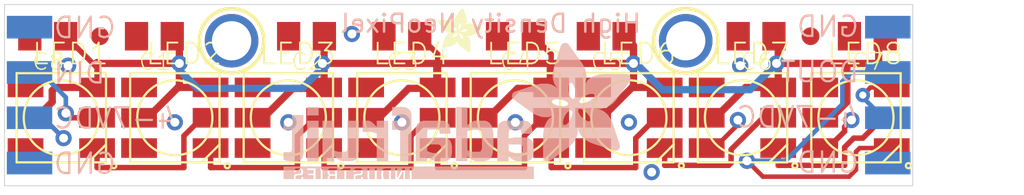
<source format=kicad_pcb>
(kicad_pcb (version 20211014) (generator pcbnew)
  (layers (0 "F.Cu" signal) (31 "B.Cu" signal) (34 "B.Paste" user) (35 "F.Paste" user) (36 "B.SilkS" user "B.Silkscreen") (37 "F.SilkS" user "F.Silkscreen") (38 "B.Mask" user) (39 "F.Mask" user) (44 "Edge.Cuts" user))
  (net 0 "")
  (net 1 "N$1")
  (net 2 "N$2")
  (net 3 "N$3")
  (net 4 "N$4")
  (net 5 "N$5")
  (net 6 "N$6")
  (net 7 "N$7")
  (net 8 "+5V")
  (net 9 "GND")
  (net 10 "N$8")
  (net 11 "N$9")
  (footprint "boardEagle:WS28115050" (layer "F.Cu") (at 132.6261 106.2736)
    (fp_text reference "LED2" (at -1.7 -2.9) (layer "F.SilkS") (effects (font (size 1.1684 1.1684) (thickness 0.1016)) (justify left bottom)))
    (fp_text value "WS28115050")
    (pad "DI" smd rect (at 2 0) (size 2 1.1) (layers "F.Cu" "F.Paste" "F.Mask") (net 1 "N$1"))
    (pad "DO" smd rect (at 2 1.7) (size 2 1.1) (layers "F.Cu" "F.Paste" "F.Mask") (net 2 "N$2"))
    (pad "LEDVDD" smd rect (at -2 0) (size 2 1.1) (layers "F.Cu" "F.Paste" "F.Mask") (net 8 "+5V"))
    (pad "NC" smd rect (at -2 -1.7) (size 2 1.1) (layers "F.Cu" "F.Paste" "F.Mask"))
    (pad "VDD" smd rect (at 2 -1.7) (size 2 1.1) (layers "F.Cu" "F.Paste" "F.Mask") (net 8 "+5V"))
    (pad "VSS" smd rect (at -2 1.7) (size 2 1.1) (layers "F.Cu" "F.Paste" "F.Mask") (net 9 "GND"))
  )
  (footprint "boardEagle:MOUNTINGHOLE_2.0_PLATED" (layer "F.Cu") (at 135.8011 101.9556)
    (fp_text reference "U$2" hide)
    (fp_text value "MOUNTINGHOLE2.0" hide)
    (pad "P$1" thru_hole circle (at 0 0) (size 3 3) (drill 2.2) (layers *.Cu *.Mask))
  )
  (footprint "boardEagle:WS28115050" (layer "F.Cu") (at 126.2761 106.2736)
    (fp_text reference "LED1" (at -1.7 -2.9) (layer "F.SilkS") (effects (font (size 1.1684 1.1684) (thickness 0.1016)) (justify left bottom)))
    (fp_text value "WS28115050")
    (pad "DI" smd rect (at 2 0) (size 2 1.1) (layers "F.Cu" "F.Paste" "F.Mask") (net 10 "N$8"))
    (pad "DO" smd rect (at 2 1.7) (size 2 1.1) (layers "F.Cu" "F.Paste" "F.Mask") (net 1 "N$1"))
    (pad "LEDVDD" smd rect (at -2 0) (size 2 1.1) (layers "F.Cu" "F.Paste" "F.Mask") (net 8 "+5V"))
    (pad "NC" smd rect (at -2 -1.7) (size 2 1.1) (layers "F.Cu" "F.Paste" "F.Mask"))
    (pad "VDD" smd rect (at 2 -1.7) (size 2 1.1) (layers "F.Cu" "F.Paste" "F.Mask") (net 8 "+5V"))
    (pad "VSS" smd rect (at -2 1.7) (size 2 1.1) (layers "F.Cu" "F.Paste" "F.Mask") (net 9 "GND"))
  )
  (footprint "boardEagle:MOUNTINGHOLE_2.0_PLATED" (layer "F.Cu") (at 161.2011 101.9556)
    (fp_text reference "U$3" hide)
    (fp_text value "MOUNTINGHOLE2.0" hide)
    (pad "P$1" thru_hole circle (at 0 0) (size 3 3) (drill 2.2) (layers *.Cu *.Mask))
  )
  (footprint "boardEagle:C0805K" (layer "F.Cu") (at 145.3261 101.7016 180)
    (fp_text reference "C3" (at -1 -0.875 180) (layer "F.SilkS") (effects (font (size 0.93472 0.93472) (thickness 0.08128)) (justify right top)))
    (fp_text value "")
    (pad "1" smd rect (at -1 0 180) (size 1.3 1.6) (layers "F.Cu" "F.Paste" "F.Mask") (net 8 "+5V"))
    (pad "2" smd rect (at 1 0 180) (size 1.3 1.6) (layers "F.Cu" "F.Paste" "F.Mask") (net 9 "GND"))
  )
  (footprint "boardEagle:C0805K" (layer "F.Cu") (at 171.3611 101.7016 180)
    (fp_text reference "C7" (at -1 -0.875 180) (layer "F.SilkS") (effects (font (size 0.93472 0.93472) (thickness 0.08128)) (justify right top)))
    (fp_text value "")
    (pad "1" smd rect (at -1 0 180) (size 1.3 1.6) (layers "F.Cu" "F.Paste" "F.Mask") (net 8 "+5V"))
    (pad "2" smd rect (at 1 0 180) (size 1.3 1.6) (layers "F.Cu" "F.Paste" "F.Mask") (net 9 "GND"))
  )
  (footprint "boardEagle:ADAFRUIT_2.5MM" (layer "F.Cu") (at 147.3581 102.5906)
    (fp_text reference "U$4" hide)
    (fp_text value "" hide)
  )
  (footprint "boardEagle:C0805K" (layer "F.Cu") (at 165.1381 101.7016 180)
    (fp_text reference "C6" (at -1 -0.875 180) (layer "F.SilkS") (effects (font (size 0.93472 0.93472) (thickness 0.08128)) (justify right top)))
    (fp_text value "")
    (pad "1" smd rect (at -1 0 180) (size 1.3 1.6) (layers "F.Cu" "F.Paste" "F.Mask") (net 8 "+5V"))
    (pad "2" smd rect (at 1 0 180) (size 1.3 1.6) (layers "F.Cu" "F.Paste" "F.Mask") (net 9 "GND"))
  )
  (footprint "boardEagle:WS28115050" (layer "F.Cu") (at 164.3761 106.2736)
    (fp_text reference "LED7" (at -1.7 -2.9) (layer "F.SilkS") (effects (font (size 1.1684 1.1684) (thickness 0.1016)) (justify left bottom)))
    (fp_text value "WS28115050")
    (pad "DI" smd rect (at 2 0) (size 2 1.1) (layers "F.Cu" "F.Paste" "F.Mask") (net 6 "N$6"))
    (pad "DO" smd rect (at 2 1.7) (size 2 1.1) (layers "F.Cu" "F.Paste" "F.Mask") (net 7 "N$7"))
    (pad "LEDVDD" smd rect (at -2 0) (size 2 1.1) (layers "F.Cu" "F.Paste" "F.Mask") (net 8 "+5V"))
    (pad "NC" smd rect (at -2 -1.7) (size 2 1.1) (layers "F.Cu" "F.Paste" "F.Mask"))
    (pad "VDD" smd rect (at 2 -1.7) (size 2 1.1) (layers "F.Cu" "F.Paste" "F.Mask") (net 8 "+5V"))
    (pad "VSS" smd rect (at -2 1.7) (size 2 1.1) (layers "F.Cu" "F.Paste" "F.Mask") (net 9 "GND"))
  )
  (footprint "boardEagle:WS28115050" (layer "F.Cu") (at 138.9761 106.2736)
    (fp_text reference "LED3" (at -1.7 -2.9) (layer "F.SilkS") (effects (font (size 1.1684 1.1684) (thickness 0.1016)) (justify left bottom)))
    (fp_text value "WS28115050")
    (pad "DI" smd rect (at 2 0) (size 2 1.1) (layers "F.Cu" "F.Paste" "F.Mask") (net 2 "N$2"))
    (pad "DO" smd rect (at 2 1.7) (size 2 1.1) (layers "F.Cu" "F.Paste" "F.Mask") (net 3 "N$3"))
    (pad "LEDVDD" smd rect (at -2 0) (size 2 1.1) (layers "F.Cu" "F.Paste" "F.Mask") (net 8 "+5V"))
    (pad "NC" smd rect (at -2 -1.7) (size 2 1.1) (layers "F.Cu" "F.Paste" "F.Mask"))
    (pad "VDD" smd rect (at 2 -1.7) (size 2 1.1) (layers "F.Cu" "F.Paste" "F.Mask") (net 8 "+5V"))
    (pad "VSS" smd rect (at -2 1.7) (size 2 1.1) (layers "F.Cu" "F.Paste" "F.Mask") (net 9 "GND"))
  )
  (footprint "boardEagle:C0805K" (layer "F.Cu") (at 151.6761 101.7016 180)
    (fp_text reference "C4" (at -1 -0.875 180) (layer "F.SilkS") (effects (font (size 0.93472 0.93472) (thickness 0.08128)) (justify right top)))
    (fp_text value "")
    (pad "1" smd rect (at -1 0 180) (size 1.3 1.6) (layers "F.Cu" "F.Paste" "F.Mask") (net 8 "+5V"))
    (pad "2" smd rect (at 1 0 180) (size 1.3 1.6) (layers "F.Cu" "F.Paste" "F.Mask") (net 9 "GND"))
  )
  (footprint "boardEagle:WS28115050" (layer "F.Cu") (at 151.6761 106.2736)
    (fp_text reference "LED5" (at -1.7 -2.9) (layer "F.SilkS") (effects (font (size 1.1684 1.1684) (thickness 0.1016)) (justify left bottom)))
    (fp_text value "WS28115050")
    (pad "DI" smd rect (at 2 0) (size 2 1.1) (layers "F.Cu" "F.Paste" "F.Mask") (net 4 "N$4"))
    (pad "DO" smd rect (at 2 1.7) (size 2 1.1) (layers "F.Cu" "F.Paste" "F.Mask") (net 5 "N$5"))
    (pad "LEDVDD" smd rect (at -2 0) (size 2 1.1) (layers "F.Cu" "F.Paste" "F.Mask") (net 8 "+5V"))
    (pad "NC" smd rect (at -2 -1.7) (size 2 1.1) (layers "F.Cu" "F.Paste" "F.Mask"))
    (pad "VDD" smd rect (at 2 -1.7) (size 2 1.1) (layers "F.Cu" "F.Paste" "F.Mask") (net 8 "+5V"))
    (pad "VSS" smd rect (at -2 1.7) (size 2 1.1) (layers "F.Cu" "F.Paste" "F.Mask") (net 9 "GND"))
  )
  (footprint "boardEagle:FIDUCIAL_1MM" (layer "F.Cu") (at 168.1861 101.7016)
    (fp_text reference "FID3" hide)
    (fp_text value "FIDUCIAL\"\"" hide)
    (pad "1" smd roundrect (at 0 0) (size 1 1) (layers "F.Cu" "F.Mask") (roundrect_rratio 0.5))
  )
  (footprint "boardEagle:C0805K" (layer "F.Cu") (at 139.9921 101.7016 180)
    (fp_text reference "C2" (at -1 -0.875 180) (layer "F.SilkS") (effects (font (size 0.93472 0.93472) (thickness 0.08128)) (justify right top)))
    (fp_text value "")
    (pad "1" smd rect (at -1 0 180) (size 1.3 1.6) (layers "F.Cu" "F.Paste" "F.Mask") (net 8 "+5V"))
    (pad "2" smd rect (at 1 0 180) (size 1.3 1.6) (layers "F.Cu" "F.Paste" "F.Mask") (net 9 "GND"))
  )
  (footprint "boardEagle:FIDUCIAL_1MM" (layer "F.Cu") (at 128.4351 101.7016)
    (fp_text reference "FID1" hide)
    (fp_text value "FIDUCIAL\"\"" hide)
    (pad "1" smd roundrect (at 0 0) (size 1 1) (layers "F.Cu" "F.Mask") (roundrect_rratio 0.5))
  )
  (footprint "boardEagle:C0805K" (layer "F.Cu") (at 131.4831 101.7016 180)
    (fp_text reference "C1" (at -1 -0.875 180) (layer "F.SilkS") (effects (font (size 0.93472 0.93472) (thickness 0.08128)) (justify right top)))
    (fp_text value "")
    (pad "1" smd rect (at -1 0 180) (size 1.3 1.6) (layers "F.Cu" "F.Paste" "F.Mask") (net 8 "+5V"))
    (pad "2" smd rect (at 1 0 180) (size 1.3 1.6) (layers "F.Cu" "F.Paste" "F.Mask") (net 9 "GND"))
  )
  (footprint "boardEagle:WS28115050" (layer "F.Cu") (at 145.3261 106.2736)
    (fp_text reference "LED4" (at -1.7 -2.9) (layer "F.SilkS") (effects (font (size 1.1684 1.1684) (thickness 0.1016)) (justify left bottom)))
    (fp_text value "WS28115050")
    (pad "DI" smd rect (at 2 0) (size 2 1.1) (layers "F.Cu" "F.Paste" "F.Mask") (net 3 "N$3"))
    (pad "DO" smd rect (at 2 1.7) (size 2 1.1) (layers "F.Cu" "F.Paste" "F.Mask") (net 4 "N$4"))
    (pad "LEDVDD" smd rect (at -2 0) (size 2 1.1) (layers "F.Cu" "F.Paste" "F.Mask") (net 8 "+5V"))
    (pad "NC" smd rect (at -2 -1.7) (size 2 1.1) (layers "F.Cu" "F.Paste" "F.Mask"))
    (pad "VDD" smd rect (at 2 -1.7) (size 2 1.1) (layers "F.Cu" "F.Paste" "F.Mask") (net 8 "+5V"))
    (pad "VSS" smd rect (at -2 1.7) (size 2 1.1) (layers "F.Cu" "F.Paste" "F.Mask") (net 9 "GND"))
  )
  (footprint "boardEagle:C0805K" (layer "F.Cu") (at 156.7561 101.7016 180)
    (fp_text reference "C5" (at -1 -0.875 180) (layer "F.SilkS") (effects (font (size 0.93472 0.93472) (thickness 0.08128)) (justify right top)))
    (fp_text value "")
    (pad "1" smd rect (at -1 0 180) (size 1.3 1.6) (layers "F.Cu" "F.Paste" "F.Mask") (net 8 "+5V"))
    (pad "2" smd rect (at 1 0 180) (size 1.3 1.6) (layers "F.Cu" "F.Paste" "F.Mask") (net 9 "GND"))
  )
  (footprint "boardEagle:WS28115050" (layer "F.Cu") (at 158.0261 106.2736)
    (fp_text reference "LED6" (at -1.7 -2.9) (layer "F.SilkS") (effects (font (size 1.1684 1.1684) (thickness 0.1016)) (justify left bottom)))
    (fp_text value "WS28115050")
    (pad "DI" smd rect (at 2 0) (size 2 1.1) (layers "F.Cu" "F.Paste" "F.Mask") (net 5 "N$5"))
    (pad "DO" smd rect (at 2 1.7) (size 2 1.1) (layers "F.Cu" "F.Paste" "F.Mask") (net 6 "N$6"))
    (pad "LEDVDD" smd rect (at -2 0) (size 2 1.1) (layers "F.Cu" "F.Paste" "F.Mask") (net 8 "+5V"))
    (pad "NC" smd rect (at -2 -1.7) (size 2 1.1) (layers "F.Cu" "F.Paste" "F.Mask"))
    (pad "VDD" smd rect (at 2 -1.7) (size 2 1.1) (layers "F.Cu" "F.Paste" "F.Mask") (net 8 "+5V"))
    (pad "VSS" smd rect (at -2 1.7) (size 2 1.1) (layers "F.Cu" "F.Paste" "F.Mask") (net 9 "GND"))
  )
  (footprint "boardEagle:WS28115050" (layer "F.Cu") (at 170.7261 106.2736)
    (fp_text reference "LED8" (at -1.7 -2.9) (layer "F.SilkS") (effects (font (size 1.1684 1.1684) (thickness 0.1016)) (justify left bottom)))
    (fp_text value "WS28115050")
    (pad "DI" smd rect (at 2 0) (size 2 1.1) (layers "F.Cu" "F.Paste" "F.Mask") (net 7 "N$7"))
    (pad "DO" smd rect (at 2 1.7) (size 2 1.1) (layers "F.Cu" "F.Paste" "F.Mask") (net 11 "N$9"))
    (pad "LEDVDD" smd rect (at -2 0) (size 2 1.1) (layers "F.Cu" "F.Paste" "F.Mask") (net 8 "+5V"))
    (pad "NC" smd rect (at -2 -1.7) (size 2 1.1) (layers "F.Cu" "F.Paste" "F.Mask"))
    (pad "VDD" smd rect (at 2 -1.7) (size 2 1.1) (layers "F.Cu" "F.Paste" "F.Mask") (net 8 "+5V"))
    (pad "VSS" smd rect (at -2 1.7) (size 2 1.1) (layers "F.Cu" "F.Paste" "F.Mask") (net 9 "GND"))
  )
  (footprint "boardEagle:C0805K" (layer "F.Cu") (at 125.5141 101.7016 180)
    (fp_text reference "C8" (at -1 -0.875 180) (layer "F.SilkS") (effects (font (size 0.93472 0.93472) (thickness 0.08128)) (justify right top)))
    (fp_text value "")
    (pad "1" smd rect (at -1 0 180) (size 1.3 1.6) (layers "F.Cu" "F.Paste" "F.Mask") (net 8 "+5V"))
    (pad "2" smd rect (at 1 0 180) (size 1.3 1.6) (layers "F.Cu" "F.Paste" "F.Mask") (net 9 "GND"))
  )
  (footprint "boardEagle:1X4-SMT" (layer "B.Cu") (at 172.5041 105.0036 -90)
    (fp_text reference "CN1" hide)
    (fp_text value "1X4SMT" hide)
    (pad "1" smd rect (at -3.81 0 270) (size 1.27 2.54) (layers "B.Cu" "B.Paste" "B.Mask") (net 9 "GND"))
    (pad "2" smd rect (at -1.27 0 270) (size 1.27 2.54) (layers "B.Cu" "B.Paste" "B.Mask") (net 11 "N$9"))
    (pad "3" smd rect (at 1.27 0 270) (size 1.27 2.54) (layers "B.Cu" "B.Paste" "B.Mask") (net 8 "+5V"))
    (pad "4" smd rect (at 3.81 0 270) (size 1.27 2.54) (layers "B.Cu" "B.Paste" "B.Mask") (net 9 "GND"))
  )
  (footprint "boardEagle:1X4-SMT" (layer "B.Cu") (at 124.4981 105.0036 90)
    (fp_text reference "CN2" hide)
    (fp_text value "1X4SMT" hide)
    (pad "1" smd rect (at -3.81 0 90) (size 1.27 2.54) (layers "B.Cu" "B.Paste" "B.Mask") (net 9 "GND"))
    (pad "2" smd rect (at -1.27 0 90) (size 1.27 2.54) (layers "B.Cu" "B.Paste" "B.Mask") (net 8 "+5V"))
    (pad "3" smd rect (at 1.27 0 90) (size 1.27 2.54) (layers "B.Cu" "B.Paste" "B.Mask") (net 10 "N$8"))
    (pad "4" smd rect (at 3.81 0 90) (size 1.27 2.54) (layers "B.Cu" "B.Paste" "B.Mask") (net 9 "GND"))
  )
  (footprint "boardEagle:ADAFRUIT_TEXT_20MM" (layer "B.Cu") (at 158.2801 109.7026 180)
    (fp_text reference "U$1" hide)
    (fp_text value "" hide)
  )
  (gr_line (start 173.9011 110.0836) (end 173.9011 99.9236) (layer "Edge.Cuts") (width 0.05))
  (gr_line (start 123.1011 110.0836) (end 173.9011 110.0836) (layer "Edge.Cuts") (width 0.05))
  (gr_line (start 123.1011 99.9236) (end 123.1011 110.0836) (layer "Edge.Cuts") (width 0.05))
  (gr_line (start 173.9011 99.9236) (end 123.1011 99.9236) (layer "Edge.Cuts") (width 0.05))
  (gr_text "High Density NeoPixel" (at 158.7881 101.5746) (layer "B.SilkS") (effects (font (size 1.00584 1.00584) (thickness 0.13716)) (justify left bottom mirror)))
  (gr_text "4-7VDC" (at 125.7681 105.6386) (layer "B.SilkS") (effects (font (size 1.143 1.143) (thickness 0.127)) (justify right top mirror)))
  (gr_text "DIN" (at 125.7681 103.0986) (layer "B.SilkS") (effects (font (size 1.143 1.143) (thickness 0.127)) (justify right top mirror)))
  (gr_text "4-7VDC" (at 170.9801 106.9086) (layer "B.SilkS") (effects (font (size 1.143 1.143) (thickness 0.127)) (justify left bottom mirror)))
  (gr_text "GND" (at 170.9801 101.8286) (layer "B.SilkS") (effects (font (size 1.143 1.143) (thickness 0.127)) (justify left bottom mirror)))
  (gr_text "GND" (at 125.7681 100.5586) (layer "B.SilkS") (effects (font (size 1.143 1.143) (thickness 0.127)) (justify right top mirror)))
  (gr_text "DOUT" (at 170.9801 104.3686) (layer "B.SilkS") (effects (font (size 1.143 1.143) (thickness 0.127)) (justify left bottom mirror)))
  (gr_text "GND" (at 170.9801 109.4486) (layer "B.SilkS") (effects (font (size 1.143 1.143) (thickness 0.127)) (justify left bottom mirror)))
  (gr_text "GND" (at 125.7681 108.1786) (layer "B.SilkS") (effects (font (size 1.143 1.143) (thickness 0.127)) (justify right top mirror)))
  (segment (start 133.1341 109.0676) (end 133.1341 107.2896) (width 0.3048) (layer "F.Cu") (net 1))
  (segment (start 134.1501 106.2736) (end 134.6261 106.2736) (width 0.3048) (layer "F.Cu") (net 1))
  (segment (start 128.2761 109.0676) (end 133.1341 109.0676) (width 0.3048) (layer "F.Cu") (net 1))
  (segment (start 133.1341 107.2896) (end 134.1501 106.2736) (width 0.3048) (layer "F.Cu") (net 1))
  (segment (start 128.2761 107.9736) (end 128.2761 109.0676) (width 0.3048) (layer "F.Cu") (net 1))
  (segment (start 140.5001 106.2736) (end 140.9761 106.2736) (width 0.3048) (layer "F.Cu") (net 2))
  (segment (start 139.4841 109.0676) (end 139.4841 107.2896) (width 0.3048) (layer "F.Cu") (net 2))
  (segment (start 134.6261 109.0676) (end 139.4841 109.0676) (width 0.3048) (layer "F.Cu") (net 2))
  (segment (start 139.4841 107.2896) (end 140.5001 106.2736) (width 0.3048) (layer "F.Cu") (net 2))
  (segment (start 134.6261 107.9736) (end 134.6261 109.0676) (width 0.3048) (layer "F.Cu") (net 2))
  (segment (start 140.9761 109.0676) (end 145.8341 109.0676) (width 0.3048) (layer "F.Cu") (net 3))
  (segment (start 146.8501 106.2736) (end 147.3261 106.2736) (width 0.3048) (layer "F.Cu") (net 3))
  (segment (start 140.9761 107.9736) (end 140.9761 109.0676) (width 0.3048) (layer "F.Cu") (net 3))
  (segment (start 145.8341 109.0676) (end 145.8341 107.2896) (width 0.3048) (layer "F.Cu") (net 3))
  (segment (start 145.8341 107.2896) (end 146.8501 106.2736) (width 0.3048) (layer "F.Cu") (net 3))
  (segment (start 152.1841 107.2896) (end 153.2001 106.2736) (width 0.3048) (layer "F.Cu") (net 4))
  (segment (start 147.3261 107.9736) (end 147.3261 109.0676) (width 0.3048) (layer "F.Cu") (net 4))
  (segment (start 152.1841 109.0676) (end 152.1841 107.2896) (width 0.3048) (layer "F.Cu") (net 4))
  (segment (start 153.2001 106.2736) (end 153.6761 106.2736) (width 0.3048) (layer "F.Cu") (net 4))
  (segment (start 147.3261 109.0676) (end 152.1841 109.0676) (width 0.3048) (layer "F.Cu") (net 4))
  (segment (start 153.6761 109.0676) (end 158.4071 109.0676) (width 0.3048) (layer "F.Cu") (net 5))
  (segment (start 159.5501 106.2736) (end 160.0261 106.2736) (width 0.3048) (layer "F.Cu") (net 5))
  (segment (start 153.6761 107.9736) (end 153.6761 109.0676) (width 0.3048) (layer "F.Cu") (net 5))
  (segment (start 158.4071 109.0676) (end 158.4071 107.4166) (width 0.3048) (layer "F.Cu") (net 5))
  (segment (start 158.4071 107.4166) (end 159.5501 106.2736) (width 0.3048) (layer "F.Cu") (net 5))
  (segment (start 160.0261 108.9406) (end 163.6141 108.9406) (width 0.3048) (layer "F.Cu") (net 6))
  (segment (start 163.6141 108.9406) (end 163.7411 108.8136) (width 0.3048) (layer "F.Cu") (net 6))
  (segment (start 160.0261 107.9736) (end 160.0261 108.9406) (width 0.3048) (layer "F.Cu") (net 6))
  (segment (start 165.5191 106.2736) (end 166.3761 106.2736) (width 0.3048) (layer "F.Cu") (net 6))
  (segment (start 163.7411 108.0516) (end 165.5191 106.2736) (width 0.3048) (layer "F.Cu") (net 6))
  (segment (start 163.7411 108.8136) (end 163.7411 108.0516) (width 0.3048) (layer "F.Cu") (net 6))
  (segment (start 171.1071 107.4166) (end 172.2501 106.2736) (width 0.3048) (layer "F.Cu") (net 7))
  (segment (start 166.3761 108.9406) (end 170.0911 108.9406) (width 0.3048) (layer "F.Cu") (net 7))
  (segment (start 166.3761 107.9736) (end 166.3761 108.9406) (width 0.3048) (layer "F.Cu") (net 7))
  (segment (start 170.0911 108.9406) (end 170.0911 107.9246) (width 0.3048) (layer "F.Cu") (net 7))
  (segment (start 172.2501 106.2736) (end 172.7261 106.2736) (width 0.3048) (layer "F.Cu") (net 7))
  (segment (start 170.0911 107.9246) (end 170.5991 107.4166) (width 0.3048) (layer "F.Cu") (net 7))
  (segment (start 170.5991 107.4166) (end 171.1071 107.4166) (width 0.3048) (layer "F.Cu") (net 7))
  (segment (start 151.8031 104.6226) (end 153.6271 104.6226) (width 0.4064) (layer "F.Cu") (net 8))
  (segment (start 128.2921 104.5736) (end 128.2921 103.4796) (width 0.3048) (layer "F.Cu") (net 8))
  (segment (start 146.3261 101.7016) (end 147.3261 102.7016) (width 0.3048) (layer "F.Cu") (net 8))
  (segment (start 147.2771 104.6226) (end 147.2771 103.2256) (width 0.4064) (layer "F.Cu") (net 8))
  (segment (start 158.2801 102.2256) (end 158.2801 103.2256) (width 0.4064) (layer "F.Cu") (net 8))
  (segment (start 132.8801 102.0986) (end 132.8801 103.2256) (width 0.4064) (layer "F.Cu") (net 8))
  (segment (start 137.5791 106.2736) (end 139.2301 104.6226) (width 0.4064) (layer "F.Cu") (net 8))
  (segment (start 156.0261 106.2736) (end 156.5021 106.2736) (width 0.4064) (layer "F.Cu") (net 8))
  (segment (start 147.3261 103.2256) (end 153.6271 103.2256) (width 0.4064) (layer "F.Cu") (net 8))
  (segment (start 166.3761 103.2256) (end 170.2181 103.2256) (width 0.4064) (layer "F.Cu") (net 8))
  (segment (start 132.4831 101.7016) (end 132.8801 102.0986) (width 0.4064) (layer "F.Cu") (net 8))
  (segment (start 140.9271 104.6226) (end 140.9761 104.5736) (width 0.4064) (layer "F.Cu") (net 8))
  (segment (start 162.8521 106.2736) (end 164.5521 104.5736) (width 0.4064) (layer "F.Cu") (net 8))
  (segment (start 171.5371 104.5736) (end 172.7261 104.5736) (width 0.254) (layer "F.Cu") (net 8))
  (segment (start 147.3261 104.5736) (end 147.3261 103.2256) (width 0.4064) (layer "F.Cu") (net 8))
  (segment (start 140.9761 101.7176) (end 140.9761 103.2256) (width 0.4064) (layer "F.Cu") (net 8))
  (segment (start 171.9961 101.9716) (end 171.9961 103.2256) (width 0.4064) (layer "F.Cu") (net 8))
  (segment (start 153.6761 103.2256) (end 153.6761 104.5736) (width 0.3048) (layer "F.Cu") (net 8))
  (segment (start 153.6761 103.2256) (end 158.2801 103.2256) (width 0.4064) (layer "F.Cu") (net 8))
  (segment (start 128.2921 103.4796) (end 126.5141 101.7016) (width 0.3048) (layer "F.Cu") (net 8))
  (segment (start 157.7561 101.7016) (end 158.2801 102.2256) (width 0.4064) (layer "F.Cu") (net 8))
  (segment (start 162.3761 106.2736) (end 162.8521 106.2736) (width 0.4064) (layer "F.Cu") (net 8))
  (segment (start 143.3261 106.2736) (end 144.0561 106.2736) (width 0.4064) (layer "F.Cu") (net 8))
  (segment (start 156.5021 106.2736) (end 158.2021 104.5736) (width 0.4064) (layer "F.Cu") (net 8))
  (segment (start 172.0741 104.5736) (end 172.7261 104.5736) (width 0.254) (layer "F.Cu") (net 8))
  (segment (start 132.8021 104.5736) (end 132.8801 104.5736) (width 0.4064) (layer "F.Cu") (net 8))
  (segment (start 168.7261 106.2736) (end 169.3291 106.2736) (width 0.4064) (layer "F.Cu") (net 8))
  (segment (start 128.2761 104.5736) (end 128.2921 104.5736) (width 0.3048) (layer "F.Cu") (net 8))
  (segment (start 128.2761 103.174147) (end 128.327553 103.2256) (width 0.4064) (layer "F.Cu") (net 8))
  (segment (start 166.1381 101.7016) (end 166.3761 101.7016) (width 0.4064) (layer "F.Cu") (net 8))
  (segment (start 125.7681 105.3846) (end 124.8791 106.2736) (width 0.4064) (layer "F.Cu") (net 8))
  (segment (start 140.9761 103.2256) (end 140.8811 103.2256) (width 0.4064) (layer "F.Cu") (net 8))
  (segment (start 153.6271 104.6226) (end 153.6271 103.2256) (width 0.4064) (layer "F.Cu") (net 8))
  (segment (start 128.327553 103.2256) (end 132.8801 103.2256) (width 0.4064) (layer "F.Cu") (net 8))
  (segment (start 158.2801 103.2256) (end 158.2801 104.5736) (width 0.4064) (layer "F.Cu") (net 8))
  (segment (start 171.1071 105.0036) (end 171.5371 104.5736) (width 0.254) (layer "F.Cu") (net 8))
  (segment (start 136.9761 106.2736) (end 137.5791 106.2736) (width 0.4064) (layer "F.Cu") (net 8))
  (segment (start 139.2301 104.6226) (end 140.9271 104.6226) (width 0.4064) (layer "F.Cu") (net 8))
  (segment (start 140.9921 101.7016) (end 140.9761 101.7176) (width 0.4064) (layer "F.Cu") (net 8))
  (segment (start 147.2771 104.6226) (end 147.3261 104.5736) (width 0.4064) (layer "F.Cu") (net 8))
  (segment (start 149.6761 106.2736) (end 150.1521 106.2736) (width 0.4064) (layer "F.Cu") (net 8))
  (segment (start 171.9961 104.4956) (end 172.0741 104.5736) (width 0.4064) (layer "F.Cu") (net 8))
  (segment (start 147.3261 102.7016) (end 147.3261 103.2256) (width 0.3048) (layer "F.Cu") (net 8))
  (segment (start 124.8791 106.2736) (end 124.2761 106.2736) (width 0.254) (layer "F.Cu") (net 8))
  (segment (start 158.2801 104.5736) (end 160.0261 104.5736) (width 0.4064) (layer "F.Cu") (net 8))
  (segment (start 132.8801 104.5736) (end 134.6261 104.5736) (width 0.4064) (layer "F.Cu") (net 8))
  (segment (start 172.0911 101.9716) (end 172.3611 101.7016) (width 0.254) (layer "F.Cu") (net 8))
  (segment (start 125.7681 104.7496) (end 125.7681 105.3846) (width 0.4064) (layer "F.Cu") (net 8))
  (segment (start 144.0561 106.2736) (end 145.7071 104.6226) (width 0.4064) (layer "F.Cu") (net 8))
  (segment (start 170.2181 103.2256) (end 171.9961 103.2256) (width 0.4064) (layer "F.Cu") (net 8))
  (segment (start 164.5521 104.5736) (end 166.3761 104.5736) (width 0.4064) (layer "F.Cu") (net 8))
  (segment (start 145.7071 104.6226) (end 147.2771 104.6226) (width 0.4064) (layer "F.Cu") (net 8))
  (segment (start 171.9961 103.2256) (end 171.9961 104.4956) (width 0.4064) (layer "F.Cu") (net 8))
  (segment (start 125.2601 106.2736) (end 124.8791 106.2736) (width 0.254) (layer "F.Cu") (net 8))
  (segment (start 128.2761 104.5736) (end 128.2761 103.174147) (width 0.3048) (layer "F.Cu") (net 8))
  (segment (start 140.9761 104.5736) (end 140.9761 103.2256) (width 0.4064) (layer "F.Cu") (net 8))
  (segment (start 134.6261 104.5736) (end 134.6741 104.5256) (width 0.3048) (layer "F.Cu") (net 8))
  (segment (start 153.6271 103.2256) (end 153.6761 103.2256) (width 0.4064) (layer "F.Cu") (net 8))
  (segment (start 150.1521 106.2736) (end 151.8031 104.6226) (width 0.4064) (layer "F.Cu") (net 8))
  (segment (start 153.6761 102.7016) (end 153.6761 103.2256) (width 0.3048) (layer "F.Cu") (net 8))
  (segment (start 166.3761 101.7016) (end 166.3761 103.2256) (width 0.4064) (layer "F.Cu") (net 8))
  (segment (start 147.2771 103.2256) (end 147.3261 103.2256) (width 0.4064) (layer "F.Cu") (net 8))
  (segment (start 130.6261 106.2736) (end 131.1021 106.2736) (width 0.4064) (layer "F.Cu") (net 8))
  (segment (start 128.2761 104.5736) (end 125.9441 104.5736) (width 0.4064) (layer "F.Cu") (net 8))
  (segment (start 147.2771 103.2256) (end 140.9761 103.2256) (width 0.4064) (layer "F.Cu") (net 8))
  (segment (start 169.3291 106.2736) (end 170.2181 105.3846) (width 0.4064) (layer "F.Cu") (net 8))
  (segment (start 152.6761 101.7016) (end 153.6761 102.7016) (width 0.3048) (layer "F.Cu") (net 8))
  (segment (start 131.1021 106.2736) (end 132.8021 104.5736) (width 0.4064) (layer "F.Cu") (net 8))
  (segment (start 166.3761 103.2256) (end 166.2811 103.2256) (width 0.4064) (layer "F.Cu") (net 8))
  (segment (start 158.2021 104.5736) (end 158.2801 104.5736) (width 0.4064) (layer "F.Cu") (net 8))
  (segment (start 125.9441 104.5736) (end 125.7681 104.7496) (width 0.4064) (layer "F.Cu") (net 8))
  (segment (start 171.9961 101.9716) (end 172.0911 101.9716) (width 0.254) (layer "F.Cu") (net 8))
  (segment (start 153.6271 104.6226) (end 153.6761 104.5736) (width 0.4064) (layer "F.Cu") (net 8))
  (segment (start 132.8801 103.2256) (end 132.8801 104.5736) (width 0.4064) (layer "F.Cu") (net 8))
  (segment (start 126.4031 107.4166) (end 125.2601 106.2736) (width 0.254) (layer "F.Cu") (net 8))
  (segment (start 170.2181 105.3846) (end 170.2181 103.2256) (width 0.4064) (layer "F.Cu") (net 8))
  (segment (start 166.3761 103.2256) (end 166.3761 104.5736) (width 0.4064) (layer "F.Cu") (net 8))
  (via (at 132.8801 103.2256) (size 0.9064) (drill 0.5) (layers "F.Cu" "B.Cu") (net 8))
  (via (at 171.1071 105.0036) (size 0.8064) (drill 0.4) (layers "F.Cu" "B.Cu") (net 8))
  (via (at 158.2801 103.2256) (size 0.9064) (drill 0.5) (layers "F.Cu" "B.Cu") (net 8))
  (via (at 166.2811 103.2256) (size 0.9064) (drill 0.5) (layers "F.Cu" "B.Cu") (net 8))
  (via (at 140.8811 103.2256) (size 0.9064) (drill 0.5) (layers "F.Cu" "B.Cu") (net 8))
  (via (at 126.4031 107.4166) (size 0.9064) (drill 0.5) (layers "F.Cu" "B.Cu") (net 8))
  (segment (start 133.8961 104.6226) (end 132.8801 103.6066) (width 0.4064) (layer "B.Cu") (net 8))
  (segment (start 166.2811 103.2256) (end 164.8061 104.7006) (width 0.4064) (layer "B.Cu") (net 8))
  (segment (start 171.1071 105.0036) (end 171.1071 105.1306) (width 0.254) (layer "B.Cu") (net 8))
  (segment (start 159.8991 104.7006) (end 158.4241 103.2256) (width 0.4064) (layer "B.Cu") (net 8))
  (segment (start 125.2601 106.2736) (end 126.4031 107.4166) (width 0.254) (layer "B.Cu") (net 8))
  (segment (start 171.1071 105.1306) (end 172.2501 106.2736) (width 0.254) (layer "B.Cu") (net 8))
  (segment (start 139.7381 104.6226) (end 133.8961 104.6226) (width 0.4064) (layer "B.Cu") (net 8))
  (segment (start 140.8811 103.2256) (end 140.8811 103.4796) (width 0.4064) (layer "B.Cu") (net 8))
  (segment (start 132.8801 103.6066) (end 132.8801 103.2256) (width 0.4064) (layer "B.Cu") (net 8))
  (segment (start 158.4241 103.2256) (end 158.2801 103.2256) (width 0.4064) (layer "B.Cu") (net 8))
  (segment (start 124.4981 106.2736) (end 125.2601 106.2736) (width 0.254) (layer "B.Cu") (net 8))
  (segment (start 140.8811 103.4796) (end 139.7381 104.6226) (width 0.4064) (layer "B.Cu") (net 8))
  (segment (start 164.8061 104.7006) (end 159.8991 104.7006) (width 0.4064) (layer "B.Cu") (net 8))
  (segment (start 172.2501 106.2736) (end 172.5041 106.2736) (width 0.254) (layer "B.Cu") (net 8))
  (segment (start 162.3761 107.9736) (end 162.8031 107.9736) (width 0.254) (layer "F.Cu") (net 9))
  (segment (start 169.1531 107.9736) (end 170.0911 107.0356) (width 0.3048) (layer "F.Cu") (net 9))
  (segment (start 168.7261 107.9736) (end 169.1531 107.9736) (width 0.3048) (layer "F.Cu") (net 9))
  (segment (start 162.8031 107.9736) (end 164.1221 106.6546) (width 0.254) (layer "F.Cu") (net 9))
  (segment (start 170.0911 106.7816) (end 170.4721 106.4006) (width 0.3048) (layer "F.Cu") (net 9))
  (segment (start 170.0911 107.0356) (end 170.0911 106.7816) (width 0.3048) (layer "F.Cu") (net 9))
  (segment (start 164.1221 106.6546) (end 164.1221 106.4006) (width 0.254) (layer "F.Cu") (net 9))
  (via (at 164.1221 106.4006) (size 0.9064) (drill 0.5) (layers "F.Cu" "B.Cu") (net 9))
  (via (at 170.4721 106.4006) (size 0.9064) (drill 0.5) (layers "F.Cu" "B.Cu") (net 9))
  (via (at 145.3261 106.5276) (size 0.9064) (drill 0.5) (layers "F.Cu" "B.Cu") (net 9))
  (via (at 138.9761 106.5276) (size 0.9064) (drill 0.5) (layers "F.Cu" "B.Cu") (net 9))
  (via (at 132.6261 106.5276) (size 0.9064) (drill 0.5) (layers "F.Cu" "B.Cu") (net 9))
  (via (at 151.6761 106.5276) (size 0.9064) (drill 0.5) (layers "F.Cu" "B.Cu") (net 9))
  (via (at 164.2491 103.3526) (size 0.9064) (drill 0.5) (layers "F.Cu" "B.Cu") (net 9))
  (via (at 159.2961 109.3216) (size 0.9064) (drill 0.5) (layers "F.Cu" "B.Cu") (net 9))
  (via (at 158.0261 106.5276) (size 0.9064) (drill 0.5) (layers "F.Cu" "B.Cu") (net 9))
  (via (at 126.6571 103.3526) (size 0.9064) (drill 0.5) (layers "F.Cu" "B.Cu") (net 9))
  (via (at 142.5321 101.5746) (size 0.9064) (drill 0.5) (layers "F.Cu" "B.Cu") (net 9))
  (segment (start 126.5301 106.0196) (end 126.7841 106.2736) (width 0.3048) (layer "F.Cu") (net 10))
  (segment (start 126.7841 106.2736) (end 128.2761 106.2736) (width 0.3048) (layer "F.Cu") (net 10))
  (via (at 126.5301 106.0196) (size 0.9064) (drill 0.5) (layers "F.Cu" "B.Cu") (net 10))
  (segment (start 125.1331 103.7336) (end 124.4981 103.7336) (width 0.254) (layer "B.Cu") (net 10))
  (segment (start 126.5301 105.1306) (end 125.1331 103.7336) (width 0.254) (layer "B.Cu") (net 10))
  (segment (start 126.5301 106.0196) (end 126.5301 105.1306) (width 0.254) (layer "B.Cu") (net 10))
  (segment (start 172.7581 108.0056) (end 172.4581 108.3056) (width 0.254) (layer "F.Cu") (net 11))
  (segment (start 172.7261 107.9736) (end 172.7581 108.0056) (width 0.4064) (layer "F.Cu") (net 11))
  (segment (start 170.9311 107.9736) (end 170.7261 108.1786) (width 0.254) (layer "F.Cu") (net 11))
  (segment (start 165.5191 109.5756) (end 164.6301 108.6866) (width 0.254) (layer "F.Cu") (net 11))
  (segment (start 170.7261 109.1946) (end 170.3451 109.5756) (width 0.254) (layer "F.Cu") (net 11))
  (segment (start 172.7261 107.9736) (end 170.9311 107.9736) (width 0.254) (layer "F.Cu") (net 11))
  (segment (start 170.7261 108.1786) (end 170.7261 109.1946) (width 0.254) (layer "F.Cu") (net 11))
  (segment (start 170.3451 109.5756) (end 165.5191 109.5756) (width 0.254) (layer "F.Cu") (net 11))
  (via (at 164.6301 108.6866) (size 0.9064) (drill 0.5) (layers "F.Cu" "B.Cu") (net 11))
  (segment (start 164.6301 108.6866) (end 166.7891 108.6866) (width 0.254) (layer "B.Cu") (net 11))
  (segment (start 169.9641 104.2416) (end 170.4721 103.7336) (width 0.254) (layer "B.Cu") (net 11))
  (segment (start 166.7891 108.6866) (end 169.9641 105.5116) (width 0.254) (layer "B.Cu") (net 11))
  (segment (start 170.4721 103.7336) (end 172.5041 103.7336) (width 0.254) (layer "B.Cu") (net 11))
  (segment (start 169.9641 105.5116) (end 169.9641 104.2416) (width 0.254) (layer "B.Cu") (net 11))
)
</source>
